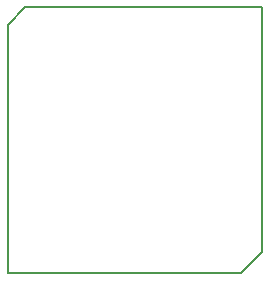
<source format=gm1>
G04*
G04 #@! TF.GenerationSoftware,Altium Limited,Altium Designer,18.1.6 (161)*
G04*
G04 Layer_Color=16711935*
%FSLAX44Y44*%
%MOMM*%
G71*
G01*
G75*
%ADD14C,0.2000*%
G36*
X114900Y26900D02*
D01*
D02*
G37*
D14*
X57500Y-0D02*
X255000D01*
X272500Y17500D01*
Y225000D01*
X72500D02*
X272500D01*
X57500Y210000D02*
X72500Y225000D01*
X57500Y-0D02*
Y210000D01*
M02*

</source>
